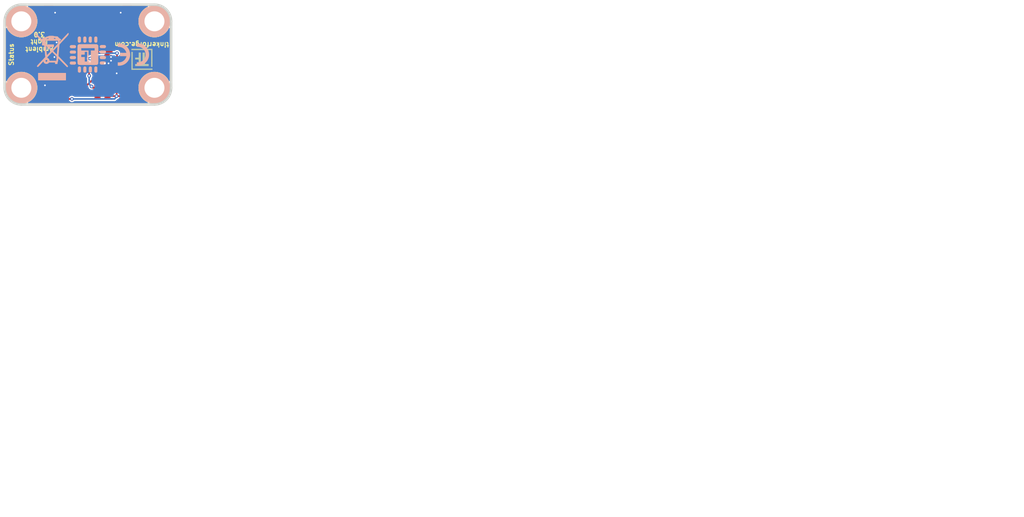
<source format=kicad_pcb>
(kicad_pcb (version 20221018) (generator pcbnew)
  (title_block (title "Ambient Light Bricklet") (date "Do 02 Apr 2015") (rev "2.0") (company "Tinkerforge") (comment 1 "Licensed under CERN OHL v.1.1") (comment 2 "Copyright (©) 2015, B.Nordmeyer <bastian@tinkerforge.com>"))
  (layers (0 "F.Cu" signal) (31 "B.Cu" signal) (34 "B.Paste" user) (35 "F.Paste" user) (36 "B.SilkS" user "B.Silkscreen") (37 "F.SilkS" user "F.Silkscreen") (38 "B.Mask" user) (39 "F.Mask" user) (44 "Edge.Cuts" user))
  (net 0 "")
  (net 1 "GND")
  (net 2 "VCC")
  (net 3 "SCL")
  (net 4 "SDA")
  (net 5 "Net-(P1-Pad6)")
  (net 6 "Net-(P1-Pad1)")
  (net 7 "Net-(C1-Pad1)")
  (net 8 "Net-(D1-Pad2)")
  (net 9 "Net-(P1-Pad4)")
  (net 10 "Net-(P1-Pad5)")
  (net 11 "Net-(P2-Pad1)")
  (net 12 "Net-(P3-Pad2)")
  (net 13 "Net-(R3-Pad1)")
  (net 14 "S-MISO")
  (net 15 "S-MOSI")
  (net 16 "S-CLK")
  (net 17 "S-CS")
  (net 18 "Net-(U1-Pad2)")
  (net 19 "Net-(U1-Pad3)")
  (net 20 "Net-(U1-Pad5)")
  (net 21 "Net-(U1-Pad6)")
  (net 22 "Net-(U1-Pad8)")
  (net 23 "Net-(U1-Pad11)")
  (net 24 "Net-(U1-Pad12)")
  (net 25 "Net-(U1-Pad13)")
  (net 26 "Net-(U1-Pad14)")
  (net 27 "Net-(U1-Pad16)")
  (net 28 "Net-(U1-Pad18)")
  (net 29 "Net-(U1-Pad20)")
  (net 30 "Net-(U1-Pad21)")
  (footprint "kicad-libraries:LTR-329ALS" (layer "F.Cu") (at 144.6 98.3 90)
    (fp_text reference "U2")
    (fp_text value "LTR-329ALS")
    (pad "1" smd rect (at -0.7 0.775 90) (size 0.9 0.95) (layers "F.Cu" "F.Paste" "F.Mask") (net 2 "VCC"))
    (pad "2" smd rect (at 0.7 0.775 90) (size 0.9 0.95) (layers "F.Cu" "F.Paste" "F.Mask") (net 1 "GND"))
    (pad "3" smd rect (at 0.7 -0.775 90) (size 0.9 0.95) (layers "F.Cu" "F.Paste" "F.Mask") (net 4 "SDA"))
    (pad "4" smd rect (at -0.7 -0.775 90) (size 0.9 0.95) (layers "F.Cu" "F.Paste" "F.Mask") (net 3 "SCL"))
  )
  (footprint "kicad-libraries:DRILL_NP" (layer "F.Cu") (at 152.4 99)
    (fp_text reference "U3" hide)
    (fp_text value "DRILL" hide)
    (pad "" np_thru_hole circle (at 0 0) (size 2.99974 2.99974) (drill 2.99974) (layers "*.Cu" "*.Mask" "F.SilkS") (clearance 0.89916))
  )
  (footprint "kicad-libraries:DRILL_NP" (layer "F.Cu") (at 132.4 89)
    (fp_text reference "U4" hide)
    (fp_text value "DRILL" hide)
    (pad "" np_thru_hole circle (at 0 0) (size 2.99974 2.99974) (drill 2.99974) (layers "*.Cu" "*.Mask" "F.SilkS") (clearance 0.89916))
  )
  (footprint "kicad-libraries:DRILL_NP" (layer "F.Cu") (at 132.4 99)
    (fp_text reference "U5" hide)
    (fp_text value "DRILL" hide)
    (pad "" np_thru_hole circle (at 0 0) (size 2.99974 2.99974) (drill 2.99974) (layers "*.Cu" "*.Mask" "F.SilkS") (clearance 0.89916))
  )
  (footprint "kicad-libraries:DRILL_NP" (layer "F.Cu") (at 152.4 89)
    (fp_text reference "U6" hide)
    (fp_text value "DRILL" hide)
    (pad "" np_thru_hole circle (at 0 0) (size 2.99974 2.99974) (drill 2.99974) (layers "*.Cu" "*.Mask" "F.SilkS") (clearance 0.89916))
  )
  (footprint "kicad-libraries:Logo_31x31" (layer "F.Cu") (at 152.1 96.3 180)
    (fp_text reference "G***" hide)
    (fp_text value "Logo_31x31" hide)
  )
  (footprint "kicad-libraries:Fiducial_Mark" (layer "F.Cu") (at 153.4 95)
    (fp_text reference "Fiducial_Mark" hide)
    (fp_text value "VAL**" hide)
    (pad "1" smd circle (at 0 0) (size 1.00076 1.00076) (layers "F.Cu" "F.Paste" "F.Mask") (clearance 0.65024))
  )
  (footprint "kicad-libraries:Fiducial_Mark" (layer "F.Cu") (at 138.9 88)
    (fp_text reference "Fiducial_Mark" hide)
    (fp_text value "VAL**" hide)
    (pad "1" smd circle (at 0 0) (size 1.00076 1.00076) (layers "F.Cu" "F.Paste" "F.Mask") (clearance 0.65024))
  )
  (footprint "C0402F" (layer "F.Cu") (at 138.2 92.8 180)
    (fp_text reference "C1")
    (fp_text value "220pF")
    (pad "1" smd rect (at -0.5 0 180) (size 0.6 0.7) (layers "F.Cu" "F.Paste" "F.Mask") (net 7 "Net-(C1-Pad1)"))
    (pad "2" smd rect (at 0.5 0 180) (size 0.6 0.7) (layers "F.Cu" "F.Paste" "F.Mask") (net 1 "GND"))
  )
  (footprint "C0805" (layer "F.Cu") (at 144.6 93.1)
    (fp_text reference "C3")
    (fp_text value "10uF")
    (pad "1" smd rect (at -1.00076 0) (size 1.00076 1.24968) (layers "F.Cu" "F.Paste" "F.Mask") (net 2 "VCC") (clearance 0.14986))
    (pad "2" smd rect (at 1.00076 0) (size 1.00076 1.24968) (layers "F.Cu" "F.Paste" "F.Mask") (net 1 "GND") (clearance 0.14986))
  )
  (footprint "C0603F" (layer "F.Cu") (at 144.4 94.6)
    (fp_text reference "C4")
    (fp_text value "1uF")
    (pad "1" smd rect (at -0.75 0) (size 0.9 0.9) (layers "F.Cu" "F.Paste" "F.Mask") (net 2 "VCC"))
    (pad "2" smd rect (at 0.75 0) (size 0.9 0.9) (layers "F.Cu" "F.Paste" "F.Mask") (net 1 "GND"))
  )
  (footprint "C0603F" (layer "F.Cu") (at 137 99.7 135)
    (fp_text reference "C5")
    (fp_text value "100nF")
    (pad "1" smd rect (at -0.75 0 135) (size 0.9 0.9) (layers "F.Cu" "F.Paste" "F.Mask") (net 2 "VCC"))
    (pad "2" smd rect (at 0.75 0 135) (size 0.9 0.9) (layers "F.Cu" "F.Paste" "F.Mask") (net 1 "GND"))
  )
  (footprint "D0603F" (layer "F.Cu") (at 132.1 94 90)
    (fp_text reference "D1")
    (fp_text value "blue")
    (pad "1" smd rect (at -0.75 0 90) (size 0.9 0.9) (layers "F.Cu" "F.Paste" "F.Mask") (net 2 "VCC"))
    (pad "2" smd rect (at 0.75 0 90) (size 0.9 0.9) (layers "F.Cu" "F.Paste" "F.Mask") (net 8 "Net-(D1-Pad2)"))
  )
  (footprint "kicad-libraries:CON-SENSOR2" (layer "F.Cu") (at 142.4 86.5 180)
    (fp_text reference "P1")
    (fp_text value "CON-SENSOR2")
    (pad "1" smd rect (at -3.75 -4.6 180) (size 0.6 1.8) (layers "F.Cu" "F.Paste" "F.Mask") (net 6 "Net-(P1-Pad1)"))
    (pad "2" smd rect (at -2.5 -4.6 180) (size 0.6 1.8) (layers "F.Cu" "F.Paste" "F.Mask") (net 1 "GND"))
    (pad "3" smd rect (at -1.25 -4.6 180) (size 0.6 1.8) (layers "F.Cu" "F.Paste" "F.Mask") (net 2 "VCC"))
    (pad "4" smd rect (at 0 -4.6 180) (size 0.6 1.8) (layers "F.Cu" "F.Paste" "F.Mask") (net 9 "Net-(P1-Pad4)"))
    (pad "5" smd rect (at 1.25 -4.6 180) (size 0.6 1.8) (layers "F.Cu" "F.Paste" "F.Mask") (net 10 "Net-(P1-Pad5)"))
    (pad "6" smd rect (at 2.5 -4.6 180) (size 0.6 1.8) (layers "F.Cu" "F.Paste" "F.Mask") (net 5 "Net-(P1-Pad6)"))
    (pad "7" smd rect (at 3.75 -4.6 180) (size 0.6 1.8) (layers "F.Cu" "F.Paste" "F.Mask") (net 7 "Net-(C1-Pad1)"))
    (pad "EP" smd rect (at -5.9 -1.2 180) (size 1.4 2.4) (layers "F.Cu" "F.Paste" "F.Mask") (net 1 "GND"))
    (pad "EP" smd rect (at 5.9 -1.2 180) (size 1.4 2.4) (layers "F.Cu" "F.Paste" "F.Mask") (net 1 "GND"))
  )
  (footprint "kicad-libraries:DEBUG_PAD" (layer "F.Cu") (at 141.775 99.9)
    (fp_text reference "P2")
    (fp_text value "DEBUG")
    (pad "1" smd circle (at 0 0) (size 0.7 0.7) (layers "F.Cu" "F.Paste" "F.Mask") (net 11 "Net-(P2-Pad1)"))
  )
  (footprint "kicad-libraries:SolderJumper" (layer "F.Cu") (at 136.4 94.6 -90)
    (fp_text reference "P3")
    (fp_text value "BOOT")
    (pad "1" smd rect (at -0.5 0 270) (size 0.4 1.4) (layers "F.Cu" "F.Mask") (net 1 "GND"))
    (pad "1" smd rect (at -0.225 -0.55 270) (size 0.95 0.3) (layers "F.Cu" "F.Mask") (net 1 "GND"))
    (pad "1" smd rect (at -0.225 0.55 270) (size 0.95 0.3) (layers "F.Cu" "F.Mask") (net 1 "GND"))
    (pad "2" smd rect (at 0.15 0 270) (size 0.6 0.5) (layers "F.Cu" "F.Mask") (net 12 "Net-(P3-Pad2)"))
    (pad "2" smd rect (at 0.55 0 270) (size 0.3 1.4) (layers "F.Cu" "F.Mask") (net 12 "Net-(P3-Pad2)"))
  )
  (footprint "kicad-libraries:R0603F" (layer "F.Cu") (at 134.6 95.6 135)
    (fp_text reference "R3")
    (fp_text value "1k")
    (pad "1" smd rect (at -0.75 0 135) (size 0.9 0.9) (layers "F.Cu" "F.Paste" "F.Mask") (net 13 "Net-(R3-Pad1)"))
    (pad "2" smd rect (at 0.75 0 135) (size 0.9 0.9) (layers "F.Cu" "F.Paste" "F.Mask") (net 8 "Net-(D1-Pad2)"))
  )
  (footprint "4X0402" (layer "F.Cu") (at 140.5 93.3 180)
    (fp_text reference "RP1")
    (fp_text value "82")
    (pad "1" smd rect (at -0.7493 0.575) (size 0.29972 0.65) (layers "F.Cu" "F.Paste" "F.Mask") (net 9 "Net-(P1-Pad4)"))
    (pad "2" smd rect (at -0.24892 0.575) (size 0.29972 0.65) (layers "F.Cu" "F.Paste" "F.Mask") (net 10 "Net-(P1-Pad5)"))
    (pad "3" smd rect (at 0.24892 0.575) (size 0.29972 0.65) (layers "F.Cu" "F.Paste" "F.Mask") (net 5 "Net-(P1-Pad6)"))
    (pad "4" smd rect (at 0.7493 0.575) (size 0.29972 0.65) (layers "F.Cu" "F.Paste" "F.Mask") (net 7 "Net-(C1-Pad1)"))
    (pad "5" smd rect (at 0.7493 -0.575 180) (size 0.29972 0.65) (layers "F.Cu" "F.Paste" "F.Mask") (net 14 "S-MISO"))
    (pad "6" smd rect (at 0.24892 -0.575 180) (size 0.29972 0.65) (layers "F.Cu" "F.Paste" "F.Mask") (net 15 "S-MOSI"))
    (pad "7" smd rect (at -0.24892 -0.575 180) (size 0.29972 0.65) (layers "F.Cu" "F.Paste" "F.Mask") (net 16 "S-CLK"))
    (pad "8" smd rect (at -0.7493 -0.575 180) (size 0.29972 0.65) (layers "F.Cu" "F.Paste" "F.Mask") (net 17 "S-CS"))
  )
  (footprint "kicad-libraries:QFN24-4x4mm-0.5mm" (layer "F.Cu") (at 139.4 97.2 -45)
    (fp_text reference "U1")
    (fp_text value "XMC1100")
    (pad "1" smd oval (at -2.025 -1.25 315) (size 1 0.3) (layers "F.Cu" "F.Paste" "F.Mask") (net 14 "S-MISO"))
    (pad "2" smd oval (at -2.025 -0.75 315) (size 1 0.3) (layers "F.Cu" "F.Paste" "F.Mask") (net 18 "Net-(U1-Pad2)"))
    (pad "3" smd oval (at -2.025 -0.25 315) (size 1 0.3) (layers "F.Cu" "F.Paste" "F.Mask") (net 19 "Net-(U1-Pad3)"))
    (pad "4" smd oval (at -2.025 0.25 315) (size 1 0.3) (layers "F.Cu" "F.Paste" "F.Mask") (net 12 "Net-(P3-Pad2)"))
    (pad "5" smd oval (at -2.025 0.75 315) (size 1 0.3) (layers "F.Cu" "F.Paste" "F.Mask") (net 20 "Net-(U1-Pad5)"))
    (pad "6" smd oval (at -2.025 1.25 315) (size 1 0.3) (layers "F.Cu" "F.Paste" "F.Mask") (net 21 "Net-(U1-Pad6)"))
    (pad "7" smd oval (at -1.25 2.025 45) (size 1 0.3) (layers "F.Cu" "F.Paste" "F.Mask") (net 13 "Net-(R3-Pad1)"))
    (pad "8" smd oval (at -0.75 2.025 45) (size 1 0.3) (layers "F.Cu" "F.Paste" "F.Mask") (net 22 "Net-(U1-Pad8)"))
    (pad "9" smd oval (at -0.25 2.025 45) (size 1 0.3) (layers "F.Cu" "F.Paste" "F.Mask") (net 1 "GND"))
    (pad "10" smd oval (at 0.25 2.025 45) (size 1 0.3) (layers "F.Cu" "F.Paste" "F.Mask") (net 2 "VCC"))
    (pad "11" smd oval (at 0.75 2.025 45) (size 1 0.3) (layers "F.Cu" "F.Paste" "F.Mask") (net 23 "Net-(U1-Pad11)"))
    (pad "12" smd oval (at 1.25 2.025 45) (size 1 0.3) (layers "F.Cu" "F.Paste" "F.Mask") (net 24 "Net-(U1-Pad12)"))
    (pad "13" smd oval (at 2.025 1.25 315) (size 1 0.3) (layers "F.Cu" "F.Paste" "F.Mask") (net 25 "Net-(U1-Pad13)"))
    (pad "14" smd oval (at 2.025 0.75 315) (size 1 0.3) (layers "F.Cu" "F.Paste" "F.Mask") (net 26 "Net-(U1-Pad14)"))
    (pad "15" smd oval (at 2.025 0.25 315) (size 1 0.3) (layers "F.Cu" "F.Paste" "F.Mask") (net 11 "Net-(P2-Pad1)"))
    (pad "16" smd oval (at 2.025 -0.25 315) (size 1 0.3) (layers "F.Cu" "F.Paste" "F.Mask") (net 27 "Net-(U1-Pad16)"))
    (pad "17" smd oval (at 2.025 -0.75 315) (size 1 0.3) (layers "F.Cu" "F.Paste" "F.Mask") (net 4 "SDA"))
    (pad "18" smd oval (at 2.025 -1.25 315) (size 1 0.3) (layers "F.Cu" "F.Paste" "F.Mask") (net 28 "Net-(U1-Pad18)"))
    (pad "19" smd oval (at 1.25 -2.025 45) (size 1 0.3) (layers "F.Cu" "F.Paste" "F.Mask") (net 3 "SCL"))
    (pad "20" smd oval (at 0.75 -2.025 45) (size 1 0.3) (layers "F.Cu" "F.Paste" "F.Mask") (net 29 "Net-(U1-Pad20)"))
    (pad "21" smd oval (at 0.25 -2.025 45) (size 1 0.3) (layers "F.Cu" "F.Paste" "F.Mask") (net 30 "Net-(U1-Pad21)"))
    (pad "22" smd oval (at -0.25 -2.025 45) (size 1 0.3) (layers "F.Cu" "F.Paste" "F.Mask") (net 17 "S-CS"))
    (pad "23" smd oval (at -0.75 -2.025 45) (size 1 0.3) (layers "F.Cu" "F.Paste" "F.Mask") (net 16 "S-CLK"))
    (pad "24" smd oval (at -1.25 -2.025 45) (size 1 0.3) (layers "F.Cu" "F.Paste" "F.Mask") (net 15 "S-MOSI"))
    (pad "EXP" smd rect (at -0.65 -0.65 315) (size 1.3 1.3) (layers "F.Cu" "F.Paste" "F.Mask") (net 1 "GND"))
    (pad "EXP" smd rect (at -0.65 0.65 315) (size 1.3 1.3) (layers "F.Cu" "F.Paste" "F.Mask") (net 1 "GND"))
    (pad "EXP" smd rect (at 0.65 -0.65 315) (size 1.3 1.3) (layers "F.Cu" "F.Paste" "F.Mask") (net 1 "GND"))
    (pad "EXP" smd rect (at 0.65 0.65 315) (size 1.3 1.3) (layers "F.Cu" "F.Paste" "F.Mask") (net 1 "GND"))
  )
  (footprint "kicad-libraries:C0603F" (layer "F.Cu") (at 146.725 98.3 -90)
    (fp_text reference "C2")
    (fp_text value "100nF")
    (pad "1" smd rect (at -0.75 0 270) (size 0.9 0.9) (layers "F.Cu" "F.Paste" "F.Mask") (net 1 "GND"))
    (pad "2" smd rect (at 0.75 0 270) (size 0.9 0.9) (layers "F.Cu" "F.Paste" "F.Mask") (net 2 "VCC"))
  )
  (footprint "kicad-libraries:R0603F" (layer "F.Cu") (at 144.6 96.3 180)
    (fp_text reference "R1")
    (fp_text value "2k2")
    (pad "1" smd rect (at -0.75 0 180) (size 0.9 0.9) (layers "F.Cu" "F.Paste" "F.Mask") (net 2 "VCC"))
    (pad "2" smd rect (at 0.75 0 180) (size 0.9 0.9) (layers "F.Cu" "F.Paste" "F.Mask") (net 4 "SDA"))
  )
  (footprint "kicad-libraries:R0603F" (layer "F.Cu") (at 144.6 100.3 180)
    (fp_text reference "R2")
    (fp_text value "2k2")
    (pad "1" smd rect (at -0.75 0 180) (size 0.9 0.9) (layers "F.Cu" "F.Paste" "F.Mask") (net 2 "VCC"))
    (pad "2" smd rect (at 0.75 0 180) (size 0.9 0.9) (layers "F.Cu" "F.Paste" "F.Mask") (net 3 "SCL"))
  )
  (footprint "kicad-libraries:CE_5mm" (layer "B.Cu") (at 149.2 94 180)
    (fp_text reference "VAL" hide)
    (fp_text value "CE_5mm" hide)
  )
  (footprint "kicad-libraries:WEEE_7mm" (layer "B.Cu") (at 137 94.3 180)
    (fp_text reference "VAL" hide)
    (fp_text value "WEEE_7mm" hide)
  )
  (footprint "kicad-libraries:Logo_CoMCU" (layer "B.Cu") (at 142.4 94 180)
    (fp_text reference "G***" hide)
    (fp_text value "LOGO" hide)
  )
  (gr_line (start 129.9 89) (end 129.9 99) (stroke (width 0.381)) (layer "Edge.Cuts"))
  (gr_arc (start 152.4 86.5) (mid 154.167767 87.232233) (end 154.9 89) (stroke (width 0.381)) (layer "Edge.Cuts"))
  (gr_arc (start 154.9 99) (mid 154.167767 100.767767) (end 152.4 101.5) (stroke (width 0.381)) (layer "Edge.Cuts"))
  (gr_line (start 154.9 99) (end 154.9 89) (stroke (width 0.381)) (layer "Edge.Cuts"))
  (gr_line (start 152.4 86.5) (end 132.4 86.5) (stroke (width 0.381)) (layer "Edge.Cuts"))
  (gr_arc (start 132.4 101.5) (mid 130.632233 100.767767) (end 129.9 99) (stroke (width 0.381)) (layer "Edge.Cuts"))
  (gr_arc (start 129.9 89) (mid 130.632233 87.232233) (end 132.4 86.5) (stroke (width 0.381)) (layer "Edge.Cuts"))
  (gr_line (start 132.4 101.5) (end 152.4 101.5) (stroke (width 0.381)) (layer "Edge.Cuts"))
  (gr_text "Status" (at 130.9 94 90) (layer "F.SilkS") (effects (font (size 0.7 0.7))))
  (gr_text "Ambient\nLight\n3.0" (at 135.1 92.1 180) (layer "F.SilkS") (effects (font (size 0.7 0.7))))
  (gr_text "tinkerforge.com" (at 150.5 92.5 180) (layer "F.SilkS") (effects (font (size 0.7 0.7))))
  (segment (start 137.791332 98.458668) (end 137.325 98.925) (width 0.25) (layer "F.Cu") (net 1))
  (segment (start 137.325 98.925) (end 136.71434 98.925) (width 0.25) (layer "F.Cu") (net 1))
  (segment (start 136.71434 98.925) (end 136.46967 99.16967) (width 0.25) (layer "F.Cu") (net 1))
  (segment (start 139.4 96.280761) (end 140.319239 97.2) (width 0.25) (layer "F.Cu") (net 1))
  (segment (start 140.319239 97.2) (end 139.4 98.119239) (width 0.25) (layer "F.Cu") (net 1))
  (segment (start 139.4 98.119239) (end 138.480761 97.2) (width 0.25) (layer "F.Cu") (net 1))
  (segment (start 137.794885 98.455115) (end 138.480761 97.769239) (width 0.25) (layer "F.Cu") (net 1))
  (segment (start 138.480761 97.769239) (end 138.480761 97.2) (width 0.25) (layer "F.Cu") (net 1))
  (segment (start 146.675 97.6) (end 146.725 97.55) (width 0.25) (layer "F.Cu") (net 1))
  (segment (start 144.9 92.1) (end 145.60076 92.80076) (width 0.55) (layer "F.Cu") (net 1))
  (segment (start 145.60076 92.80076) (end 145.60076 93.1) (width 0.55) (layer "F.Cu") (net 1))
  (segment (start 145.15 94.15) (end 145.60076 93.69924) (width 0.55) (layer "F.Cu") (net 1))
  (segment (start 145.60076 93.69924) (end 145.60076 93.1) (width 0.55) (layer "F.Cu") (net 1))
  (segment (start 145.65 94.6) (end 145.875 94.375) (width 0.55) (layer "F.Cu") (net 1))
  (segment (start 145.875 94.925) (end 145.55 94.6) (width 0.55) (layer "F.Cu") (net 1))
  (segment (start 145.5 95.325) (end 145.15 94.975) (width 0.55) (layer "F.Cu") (net 1))
  (segment (start 145.15 95.125) (end 144.95 95.325) (width 0.55) (layer "F.Cu") (net 1))
  (segment (start 145.5 95.3) (end 145.875 94.925) (width 0.55) (layer "F.Cu") (net 1))
  (segment (start 145.375 94.375) (end 145.15 94.6) (width 0.55) (layer "F.Cu") (net 1))
  (segment (start 136.46967 99.14467) (end 135.95 98.625) (width 0.55) (layer "F.Cu") (net 1))
  (segment (start 135.85 94.2) (end 135.95 94.1) (width 0.25) (layer "F.Cu") (net 1))
  (segment (start 135.95 94.1) (end 136.375 94.1) (width 0.25) (layer "F.Cu") (net 1))
  (segment (start 136.375 94.1) (end 136.4 94.1) (width 0.25) (layer "F.Cu") (net 1))
  (segment (start 136.8 94.1) (end 136.95 94.25) (width 0.25) (layer "F.Cu") (net 1))
  (segment (start 136.95 94.25) (end 136.95 94.575) (width 0.25) (layer "F.Cu") (net 1))
  (segment (start 136.95 94.575) (end 136.95 94.375) (width 0.25) (layer "F.Cu") (net 1))
  (segment (start 145.15 94.6) (end 145.15 94.975) (width 0.55) (layer "F.Cu") (net 1))
  (segment (start 138.480761 97.2) (end 139.4 96.280761) (width 0.25) (layer "F.Cu") (net 1))
  (segment (start 145.875 94.375) (end 145.375 94.375) (width 0.55) (layer "F.Cu") (net 1))
  (segment (start 136.95 94.375) (end 137.375 94.375) (width 0.25) (layer "F.Cu") (net 1))
  (segment (start 145.15 94.6) (end 145.55 94.6) (width 0.55) (layer "F.Cu") (net 1))
  (segment (start 144.95 95.325) (end 145.5 95.325) (width 0.55) (layer "F.Cu") (net 1))
  (segment (start 137.791332 98.455115) (end 137.794885 98.455115) (width 0.25) (layer "F.Cu") (net 1))
  (segment (start 146.725 97.55) (end 146.725 96.825) (width 0.55) (layer "F.Cu") (net 1))
  (segment (start 145.15 94.6) (end 145.15 94.15) (width 0.55) (layer "F.Cu") (net 1))
  (segment (start 148.3 87.7) (end 147.325 87.7) (width 0.55) (layer "F.Cu") (net 1))
  (segment (start 145.5 95.325) (end 145.5 95.3) (width 0.55) (layer "F.Cu") (net 1))
  (segment (start 137.7 92.8) (end 137.7 92.175) (width 0.55) (layer "F.Cu") (net 1))
  (segment (start 145.875 94.925) (end 145.875 94.375) (width 0.55) (layer "F.Cu") (net 1))
  (segment (start 135.85 94.375) (end 135.85 94.2) (width 0.25) (layer "F.Cu") (net 1))
  (segment (start 136.4 94.1) (end 136.8 94.1) (width 0.25) (layer "F.Cu") (net 1))
  (segment (start 136.46967 99.16967) (end 136.46967 99.14467) (width 0.55) (layer "F.Cu") (net 1))
  (segment (start 144.9 91.1) (end 144.9 92.1) (width 0.55) (layer "F.Cu") (net 1))
  (segment (start 145.65 94.6) (end 145.15 94.6) (width 0.55) (layer "F.Cu") (net 1))
  (segment (start 137.791332 98.455115) (end 137.791332 98.458668) (width 0.25) (layer "F.Cu") (net 1))
  (segment (start 145.15 95.125) (end 145.15 94.6) (width 0.55) (layer "F.Cu") (net 1))
  (segment (start 144.95 94.8) (end 144.95 95.325) (width 0.55) (layer "F.Cu") (net 1))
  (segment (start 136.5 87.7) (end 137.475 87.7) (width 0.55) (layer "F.Cu") (net 1))
  (segment (start 145.375 97.6) (end 146.675 97.6) (width 0.25) (layer "F.Cu") (net 1))
  (via (at 135.95 98.625) (size 0.55) (drill 0.25) (layers "F.Cu" "B.Cu") (net 1))
  (via (at 145.875 94.375) (size 0.55) (drill 0.25) (layers "F.Cu" "B.Cu") (net 1))
  (via (at 145.875 94.925) (size 0.55) (drill 0.25) (layers "F.Cu" "B.Cu") (net 1))
  (via (at 146.725 96.825) (size 0.55) (drill 0.25) (layers "F.Cu" "B.Cu") (net 1))
  (via (at 137.7 92.175) (size 0.55) (drill 0.25) (layers "F.Cu" "B.Cu") (net 1))
  (via (at 144.95 95.325) (size 0.55) (drill 0.25) (layers "F.Cu" "B.Cu") (net 1))
  (via (at 145.5 95.325) (size 0.55) (drill 0.25) (layers "F.Cu" "B.Cu") (net 1))
  (via (at 137.475 87.7) (size 0.55) (drill 0.25) (layers "F.Cu" "B.Cu") (net 1))
  (via (at 137.375 94.375) (size 0.55) (drill 0.25) (layers "F.Cu" "B.Cu") (net 1))
  (via (at 147.325 87.7) (size 0.55) (drill 0.25) (layers "F.Cu" "B.Cu") (net 1))
  (segment (start 138.141332 98.808668) (end 137.725 99.225) (width 0.25) (layer "F.Cu") (net 2))
  (segment (start 137.725 99.225) (end 137.725 100.03566) (width 0.25) (layer "F.Cu") (net 2))
  (segment (start 137.725 100.03566) (end 137.53033 100.23033) (width 0.25) (layer "F.Cu") (net 2))
  (segment (start 145.35 99.025) (end 145.375 99) (width 0.25) (layer "F.Cu") (net 2))
  (segment (start 146.675 99) (end 146.725 99.05) (width 0.25) (layer "F.Cu") (net 2))
  (segment (start 132.35 94.75) (end 135.225 97.625) (width 0.25) (layer "F.Cu") (net 2))
  (segment (start 135.225 97.625) (end 135.225 99.75) (width 0.25) (layer "F.Cu") (net 2))
  (segment (start 135.225 99.75) (end 136.1 100.625) (width 0.25) (layer "F.Cu") (net 2))
  (segment (start 136.1 100.625) (end 137.13566 100.625) (width 0.25) (layer "F.Cu") (net 2))
  (segment (start 137.13566 100.625) (end 137.53033 100.23033) (width 0.25) (layer "F.Cu") (net 2))
  (segment (start 143.65 93.04924) (end 143.59924 93.1) (width 0.55) (layer "F.Cu") (net 2))
  (segment (start 143.65 93.15076) (end 143.59924 93.1) (width 0.55) (layer "F.Cu") (net 2))
  (segment (start 137.55533 100.23033) (end 138 100.675) (width 0.25) (layer "F.Cu") (net 2))
  (segment (start 138 100.675) (end 140 100.675) (width 0.25) (layer "F.Cu") (net 2))
  (segment (start 146.7 100.25) (end 146.725 100.225) (width 0.25) (layer "F.Cu") (net 2))
  (segment (start 146.725 100.225) (end 146.725 99.05) (width 0.25) (layer "F.Cu") (net 2))
  (segment (start 145.4 100.25) (end 145.35 100.3) (width 0.25) (layer "F.Cu") (net 2))
  (segment (start 147.425 100.25) (end 147.8 99.875) (width 0.25) (layer "F.Cu") (net 2))
  (segment (start 147.8 99.875) (end 147.8 96.675) (width 0.25) (layer "F.Cu") (net 2))
  (segment (start 147.8 96.675) (end 147.3 96.175) (width 0.25) (layer "F.Cu") (net 2))
  (segment (start 147.3 96.175) (end 147.225 96.175) (width 0.25) (layer "F.Cu") (net 2))
  (segment (start 146.175 96.175) (end 146.05 96.3) (width 0.25) (layer "F.Cu") (net 2))
  (segment (start 146.05 96.3) (end 145.35 96.3) (width 0.25) (layer "F.Cu") (net 2))
  (segment (start 146.775 93.8) (end 146.775 94.725) (width 0.25) (layer "F.Cu") (net 2))
  (segment (start 147.225 96.175) (end 146.175 96.175) (width 0.25) (layer "F.Cu") (net 2))
  (segment (start 147.8 96.675) (end 146.775 95.65) (width 0.25) (layer "F.Cu") (net 2))
  (segment (start 146.775 95.65) (end 146.775 94.725) (width 0.25) (layer "F.Cu") (net 2))
  (segment (start 132.1 94.75) (end 132.35 94.75) (width 0.25) (layer "F.Cu") (net 2))
  (segment (start 145.35 100.3) (end 145.35 99.025) (width 0.25) (layer "F.Cu") (net 2))
  (segment (start 137.53033 100.23033) (end 137.55533 100.23033) (width 0.25) (layer "F.Cu") (net 2))
  (segment (start 147.8 96.675) (end 147.8 96.675) (width 0.25) (layer "F.Cu") (net 2))
  (segment (start 138.144885 98.808668) (end 138.141332 98.808668) (width 0.25) (layer "F.Cu") (net 2))
  (segment (start 146.7 100.25) (end 147.425 100.25) (width 0.25) (layer "F.Cu") (net 2))
  (segment (start 145.375 99) (end 146.675 99) (width 0.25) (layer "F.Cu") (net 2))
  (segment (start 143.65 94.6) (end 142.725 94.6) (width 0.25) (layer "F.Cu") (net 2))
  (segment (start 143.65 94.6) (end 143.65 93.15076) (width 0.55) (layer "F.Cu") (net 2))
  (segment (start 146.7 100.25) (end 145.4 100.25) (width 0.25) (layer "F.Cu") (net 2))
  (segment (start 143.65 91.1) (end 143.65 93.04924) (width 0.55) (layer "F.Cu") (net 2))
  (via (at 142.725 94.6) (size 0.55) (drill 0.25) (layers "F.Cu" "B.Cu") (net 2))
  (via (at 146.775 93.8) (size 0.55) (drill 0.25) (layers "F.Cu" "B.Cu") (net 2))
  (via (at 140 100.675) (size 0.55) (drill 0.25) (layers "F.Cu" "B.Cu") (net 2))
  (via (at 146.7 100.25) (size 0.55) (drill 0.25) (layers "F.Cu" "B.Cu") (net 2))
  (segment (start 140 100.675) (end 145.975 100.675) (width 0.25) (layer "B.Cu") (net 2))
  (segment (start 145.975 100.675) (end 146.4 100.675) (width 0.25) (layer "B.Cu") (net 2))
  (segment (start 146.4 100.675) (end 146.7 100.375) (width 0.25) (layer "B.Cu") (net 2))
  (segment (start 146.7 100.375) (end 146.7 100.25) (width 0.25) (layer "B.Cu") (net 2))
  (segment (start 142.725 94.6) (end 143.525 93.8) (width 0.25) (layer "B.Cu") (net 2))
  (segment (start 143.525 93.8) (end 146.775 93.8) (width 0.25) (layer "B.Cu") (net 2))
  (segment (start 143.85 99.025) (end 143.825 99) (width 0.25) (layer "F.Cu") (net 3))
  (segment (start 143.15 99) (end 142.95 98.8) (width 0.25) (layer "F.Cu") (net 3))
  (segment (start 142.6 97.2) (end 142.575 97.175) (width 0.25) (layer "F.Cu") (net 3))
  (segment (start 142.575 97.175) (end 142.575 96.525) (width 0.25) (layer "F.Cu") (net 3))
  (segment (start 142.575 96.525) (end 142.35 96.3) (width 0.25) (layer "F.Cu") (net 3))
  (segment (start 142.35 96.3) (end 142.067767 96.3) (width 0.25) (layer "F.Cu") (net 3))
  (segment (start 142.067767 96.3) (end 141.715775 96.651992) (width 0.25) (layer "F.Cu") (net 3))
  (segment (start 143.825 99) (end 143.15 99) (width 0.25) (layer "F.Cu") (net 3))
  (segment (start 143.85 100.3) (end 143.85 99.025) (width 0.25) (layer "F.Cu") (net 3))
  (via (at 142.6 97.2) (size 0.55) (drill 0.25) (layers "F.Cu" "B.Cu") (net 3))
  (via (at 142.95 98.8) (size 0.55) (drill 0.25) (layers "F.Cu" "B.Cu") (net 3))
  (segment (start 142.95 98.8) (end 142.6 98.45) (width 0.25) (layer "B.Cu") (net 3))
  (segment (start 142.6 98.45) (end 142.6 97.2) (width 0.25) (layer "B.Cu") (net 3))
  (segment (start 143.825 96.325) (end 143.85 96.3) (width 0.25) (layer "F.Cu") (net 4))
  (segment (start 143.275 97.6) (end 142.35 98.525) (width 0.25) (layer "F.Cu") (net 4))
  (segment (start 142.35 98.525) (end 141.78566 98.525) (width 0.25) (layer "F.Cu") (net 4))
  (segment (start 141.78566 98.525) (end 141.362221 98.101561) (width 0.25) (layer "F.Cu") (net 4))
  (segment (start 143.825 97.6) (end 143.825 96.325) (width 0.25) (layer "F.Cu") (net 4))
  (segment (start 143.825 97.6) (end 143.275 97.6) (width 0.25) (layer "F.Cu") (net 4))
  (segment (start 139.9 91.9) (end 140.25108 92.25108) (width 0.2) (layer "F.Cu") (net 5))
  (segment (start 140.25108 92.25108) (end 140.25108 92.725) (width 0.2) (layer "F.Cu") (net 5))
  (segment (start 139.9 91.1) (end 139.9 91.9) (width 0.2) (layer "F.Cu") (net 5))
  (segment (start 138.65 92.75) (end 138.675 92.725) (width 0.2) (layer "F.Cu") (net 7))
  (segment (start 138.675 92.725) (end 139.7507 92.725) (width 0.2) (layer "F.Cu") (net 7))
  (segment (start 138.65 91.1) (end 138.65 92.75) (width 0.2) (layer "F.Cu") (net 7))
  (segment (start 134.06967 94.86967) (end 132.45 93.25) (width 0.25) (layer "F.Cu") (net 8))
  (segment (start 132.45 93.25) (end 132.1 93.25) (width 0.3) (layer "F.Cu") (net 8))
  (segment (start 134.06967 95.06967) (end 134.06967 94.86967) (width 0.3) (layer "F.Cu") (net 8))
  (segment (start 141.875 92.725) (end 142.4 92.2) (width 0.2) (layer "F.Cu") (net 9))
  (segment (start 142.4 92.2) (end 142.4 91.1) (width 0.2) (layer "F.Cu") (net 9))
  (segment (start 141.2493 92.725) (end 141.875 92.725) (width 0.2) (layer "F.Cu") (net 9))
  (segment (start 140.74892 92.25108) (end 141.15 91.85) (width 0.2) (layer "F.Cu") (net 10))
  (segment (start 141.15 91.85) (end 141.15 91.1) (width 0.2) (layer "F.Cu") (net 10))
  (segment (start 140.74892 92.725) (end 140.74892 92.25108) (width 0.2) (layer "F.Cu") (net 10))
  (segment (start 140.683668 98.808668) (end 141.775 99.9) (width 0.25) (layer "F.Cu") (net 11))
  (segment (start 140.655115 98.808668) (end 140.683668 98.808668) (width 0.25) (layer "F.Cu") (net 11))
  (segment (start 137.791332 95.941332) (end 137.375 95.525) (width 0.25) (layer "F.Cu") (net 12))
  (segment (start 137.375 95.525) (end 136.575 95.525) (width 0.25) (layer "F.Cu") (net 12))
  (segment (start 136.575 95.525) (end 136.4 95.35) (width 0.25) (layer "F.Cu") (net 12))
  (segment (start 136.4 95.35) (end 136.4 95.15) (width 0.25) (layer "F.Cu") (net 12))
  (segment (start 137.791332 95.944885) (end 137.791332 95.941332) (width 0.25) (layer "F.Cu") (net 12))
  (segment (start 136.4 94.75) (end 136.4 95.15) (width 0.25) (layer "F.Cu") (net 12))
  (segment (start 137.048008 97.748008) (end 135.43033 96.13033) (width 0.25) (layer "F.Cu") (net 13))
  (segment (start 135.43033 96.13033) (end 135.13033 96.13033) (width 0.25) (layer "F.Cu") (net 13))
  (segment (start 137.084225 97.748008) (end 137.048008 97.748008) (width 0.25) (layer "F.Cu") (net 13))
  (segment (start 138.625 93.875) (end 138.4 94.1) (width 0.2) (layer "F.Cu") (net 14))
  (segment (start 138.4 94.1) (end 138.4 94.432233) (width 0.2) (layer "F.Cu") (net 14))
  (segment (start 138.4 94.432233) (end 138.851992 94.884225) (width 0.2) (layer "F.Cu") (net 14))
  (segment (start 139.7507 93.875) (end 138.625 93.875) (width 0.2) (layer "F.Cu") (net 14))
  (segment (start 140.25108 94.581153) (end 139.948008 94.884225) (width 0.2) (layer "F.Cu") (net 15))
  (segment (start 140.25108 93.875) (end 140.25108 94.581153) (width 0.2) (layer "F.Cu") (net 15))
  (segment (start 140.74892 94.79042) (end 140.301561 95.237779) (width 0.2) (layer "F.Cu") (net 16))
  (segment (start 140.74892 93.875) (end 140.74892 94.79042) (width 0.2) (layer "F.Cu") (net 16))
  (segment (start 141.2493 94.997147) (end 140.655115 95.591332) (width 0.2) (layer "F.Cu") (net 17))
  (segment (start 141.2493 93.875) (end 141.2493 94.997147) (width 0.2) (layer "F.Cu") (net 17))
  (zone (net 1) (net_name "GND") (layer "B.Cu") (connect_pads (clearance 0.2)) (min_thickness 0.15) (fill yes (thermal_gap 0) (thermal_bridge_width 0.2))
    (polygon (pts (xy 129.9 86.5) (xy 154.9 86.5) (xy 154.9 101.5) (xy 129.9 101.5)))
  )
)
</source>
